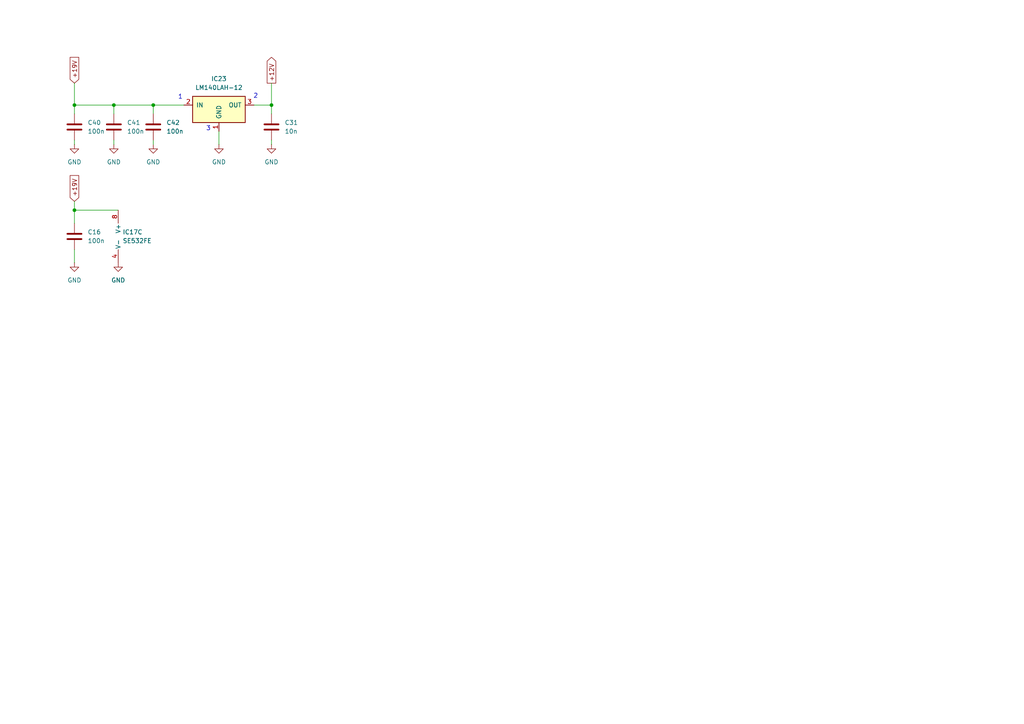
<source format=kicad_sch>
(kicad_sch (version 20231120) (generator "eeschema") (generator_version "8.0")
  (paper "A4")
  (title_block (title "Module 3"))
  (lib_symbols
    (symbol "Amplifier_Operational:LM358" (pin_names (offset 0.127))
      (property "Reference" "U" (at 0 5.08 0))
      (property "Value" "LM358" (at 0 -5.08 0))
      (symbol "LM358_1_1"
        (polyline (pts (xy -5.08 5.08) (xy 5.08 0) (xy -5.08 -5.08) (xy -5.08 5.08)) (stroke (width 0.254)) (fill (type background)))
        (pin output line (at 7.62 0 180) (length 2.54) (name "~") (number "1"))
        (pin input line (at -7.62 -2.54 0) (length 2.54) (name "-") (number "2"))
        (pin input line (at -7.62 2.54 0) (length 2.54) (name "+") (number "3"))
      )
      (symbol "LM358_2_1"
        (polyline (pts (xy -5.08 5.08) (xy 5.08 0) (xy -5.08 -5.08) (xy -5.08 5.08)) (stroke (width 0.254)) (fill (type background)))
        (pin input line (at -7.62 2.54 0) (length 2.54) (name "+") (number "5"))
        (pin input line (at -7.62 -2.54 0) (length 2.54) (name "-") (number "6"))
        (pin output line (at 7.62 0 180) (length 2.54) (name "~") (number "7"))
      )
      (symbol "LM358_3_1"
        (pin power_in line (at -2.54 -7.62 90) (length 3.81) (name "V-") (number "4"))
        (pin power_in line (at -2.54 7.62 270) (length 3.81) (name "V+") (number "8"))
      )
    )
    (symbol "Device:C" (pin_numbers hide) (pin_names (offset 0.254))
      (property "Reference" "C" (at 0.635 2.54 0))
      (property "Value" "C" (at 0.635 -2.54 0))
      (symbol "C_0_1"
        (polyline (pts (xy -2.032 -0.762) (xy 2.032 -0.762)) (stroke (width 0.508)))
        (polyline (pts (xy -2.032 0.762) (xy 2.032 0.762)) (stroke (width 0.508)))
      )
      (symbol "C_1_1"
        (pin passive line (at 0 3.81 270) (length 2.794) (name "~") (number "1"))
        (pin passive line (at 0 -3.81 90) (length 2.794) (name "~") (number "2"))
      )
    )
    (symbol "Regulator_Linear:LM2990SX-12" (pin_names (offset 1.016))
      (property "Reference" "U" (at -7.874 4.064 0))
      (property "Value" "LM2990SX-12" (at -3.048 4.064 0))
      (symbol "LM2990SX-12_0_1"
        (rectangle (start -7.62 2.54) (end 7.62 -5.08) (stroke (width 0.254)) (fill (type background)))
      )
      (symbol "LM2990SX-12_1_1"
        (pin power_in line (at 0 -7.62 90) (length 2.54) (name "GND") (number "1"))
        (pin power_in line (at -10.16 0 0) (length 2.54) (name "IN") (number "2"))
        (pin power_out line (at 10.16 0 180) (length 2.54) (name "OUT") (number "3"))
      )
    )
    (symbol "power:GND" (power) (pin_numbers hide) (pin_names (offset 0) hide)
      (property "Value" "GND" (at 0 -3.81 0))
      (symbol "GND_0_1"
        (polyline (pts (xy 0 0) (xy 0 -1.27) (xy 1.27 -1.27) (xy 0 -2.54) (xy -1.27 -1.27) (xy 0 -1.27)))
      )
      (symbol "GND_1_1"
        (pin power_in line (at 0 0 270) (length 0) (name "~") (number "1"))
      )
    )
  )
  (junction (at 21.59 30.48))
  (junction (at 33.02 30.48))
  (junction (at 21.59 60.96))
  (junction (at 44.45 30.48))
  (junction (at 78.74 30.48))
  (wire (pts (xy 21.59 30.48) (xy 33.02 30.48)))
  (wire (pts (xy 33.02 30.48) (xy 44.45 30.48)))
  (wire (pts (xy 21.59 58.42) (xy 21.59 60.96)))
  (wire (pts (xy 78.74 41.91) (xy 78.74 40.64)))
  (wire (pts (xy 44.45 30.48) (xy 53.34 30.48)))
  (wire (pts (xy 44.45 30.48) (xy 44.45 33.02)))
  (wire (pts (xy 78.74 30.48) (xy 78.74 33.02)))
  (wire (pts (xy 33.02 41.91) (xy 33.02 40.64)))
  (wire (pts (xy 21.59 60.96) (xy 34.29 60.96)))
  (wire (pts (xy 73.66 30.48) (xy 78.74 30.48)))
  (wire (pts (xy 21.59 41.91) (xy 21.59 40.64)))
  (wire (pts (xy 21.59 33.02) (xy 21.59 30.48)))
  (wire (pts (xy 44.45 41.91) (xy 44.45 40.64)))
  (wire (pts (xy 63.5 41.91) (xy 63.5 38.1)))
  (wire (pts (xy 33.02 30.48) (xy 33.02 33.02)))
  (wire (pts (xy 21.59 30.48) (xy 21.59 24.13)))
  (wire (pts (xy 21.59 76.2) (xy 21.59 72.39)))
  (wire (pts (xy 78.74 24.13) (xy 78.74 30.48)))
  (wire (pts (xy 21.59 60.96) (xy 21.59 64.77)))
  (text "3" (at 60.452 37.338 0) (effects (font (size 1.27 1.27))))
  (text "1" (at 52.324 28.194 0) (effects (font (size 1.27 1.27))))
  (text "2" (at 74.168 27.94 0) (effects (font (size 1.27 1.27))))
  (global_label "+19V" (shape input) (at 21.59 24.13 90) (property "Intersheetrefs" "${INTERSHEET_REFS}" (effects (hide yes))))
  (global_label "+12V" (shape output) (at 78.74 24.13 90) (property "Intersheetrefs" "${INTERSHEET_REFS}" (effects (hide yes))))
  (global_label "+19V" (shape input) (at 21.59 58.42 90) (property "Intersheetrefs" "${INTERSHEET_REFS}" (effects (hide yes))))
  (symbol (lib_id "Device:C") (at 33.02 36.83 0) (unit 1)
    (property "Reference" "C41" (at 36.83 35.5599 0) (effects (justify left)))
    (property "Value" "100n" (at 36.83 38.0999 0) (effects (justify left)))
    (property "Description" "Unpolarized capacitor" (effects (hide yes)))
  )
  (symbol (lib_id "Device:C") (at 78.74 36.83 0) (unit 1)
    (property "Reference" "C31" (at 82.55 35.5599 0) (effects (justify left)))
    (property "Value" "10n" (at 82.55 38.0999 0) (effects (justify left)))
    (property "Description" "Unpolarized capacitor" (effects (hide yes)))
  )
  (symbol (lib_id "power:GND") (at 21.59 76.2 0) (unit 1)
    (property "Reference" "#PWR06" (effects (hide yes)))
    (property "Value" "GND" (at 21.59 81.28 0))
    (property "Description" "Power symbol creates a global label with name \"GND\" , ground" (effects (hide yes)))
  )
  (symbol (lib_id "Device:C") (at 44.45 36.83 0) (unit 1)
    (property "Reference" "C42" (at 48.26 35.5599 0) (effects (justify left)))
    (property "Value" "100n" (at 48.26 38.0999 0) (effects (justify left)))
    (property "Description" "Unpolarized capacitor" (effects (hide yes)))
  )
  (symbol (lib_id "Regulator_Linear:LM2990SX-12") (at 63.5 30.48 0) (unit 1)
    (property "Reference" "IC23" (at 63.5 22.86 0))
    (property "Value" "LM140LAH-12" (at 63.5 25.4 0))
    (property "Datasheet" "http://www.ti.com/lit/ds/symlink/lm2990.pdf" (effects (hide yes)))
    (property "Description" "Three termianl low-dropout 1A negative voltage regulator, Input -6V to -26V, Out -12V" (effects (hide yes)))
  )
  (symbol (lib_id "power:GND") (at 78.74 41.91 0) (unit 1)
    (property "Reference" "#PWR05" (effects (hide yes)))
    (property "Value" "GND" (at 78.74 46.99 0))
    (property "Description" "Power symbol creates a global label with name \"GND\" , ground" (effects (hide yes)))
  )
  (symbol (lib_id "power:GND") (at 21.59 41.91 0) (unit 1)
    (property "Reference" "#PWR01" (effects (hide yes)))
    (property "Value" "GND" (at 21.59 46.99 0))
    (property "Description" "Power symbol creates a global label with name \"GND\" , ground" (effects (hide yes)))
  )
  (symbol (lib_id "Device:C") (at 21.59 36.83 0) (unit 1)
    (property "Reference" "C40" (at 25.4 35.5599 0) (effects (justify left)))
    (property "Value" "100n" (at 25.4 38.0999 0) (effects (justify left)))
    (property "Description" "Unpolarized capacitor" (effects (hide yes)))
  )
  (symbol (lib_id "power:GND") (at 33.02 41.91 0) (unit 1)
    (property "Reference" "#PWR02" (effects (hide yes)))
    (property "Value" "GND" (at 33.02 46.99 0))
    (property "Description" "Power symbol creates a global label with name \"GND\" , ground" (effects (hide yes)))
  )
  (symbol (lib_id "Device:C") (at 21.59 68.58 0) (unit 1)
    (property "Reference" "C16" (at 25.4 67.3099 0) (effects (justify left)))
    (property "Value" "100n" (at 25.4 69.8499 0) (effects (justify left)))
    (property "Description" "Unpolarized capacitor" (effects (hide yes)))
  )
  (symbol (lib_id "power:GND") (at 44.45 41.91 0) (unit 1)
    (property "Reference" "#PWR03" (effects (hide yes)))
    (property "Value" "GND" (at 44.45 46.99 0))
    (property "Description" "Power symbol creates a global label with name \"GND\" , ground" (effects (hide yes)))
  )
  (symbol (lib_id "power:GND") (at 34.29 76.2 0) (unit 1)
    (property "Reference" "#PWR07" (effects (hide yes)))
    (property "Value" "GND" (at 34.29 81.28 0))
    (property "Description" "Power symbol creates a global label with name \"GND\" , ground" (effects (hide yes)))
  )
  (symbol (lib_id "power:GND") (at 63.5 41.91 0) (unit 1)
    (property "Reference" "#PWR04" (effects (hide yes)))
    (property "Value" "GND" (at 63.5 46.99 0))
    (property "Description" "Power symbol creates a global label with name \"GND\" , ground" (effects (hide yes)))
  )
  (symbol (lib_id "Amplifier_Operational:LM358") (at 36.83 68.58 0) (unit 3)
    (property "Reference" "IC17" (at 35.56 67.3099 0) (effects (justify left)))
    (property "Value" "SE532FE" (at 35.56 69.8499 0) (effects (justify left)))
    (property "Datasheet" "http://www.ti.com/lit/ds/symlink/lm2904-n.pdf" (effects (hide yes)))
    (property "Description" "Low-Power, Dual Operational Amplifiers, DIP-8/SOIC-8/TO-99-8" (effects (hide yes)))
  )
)
</source>
